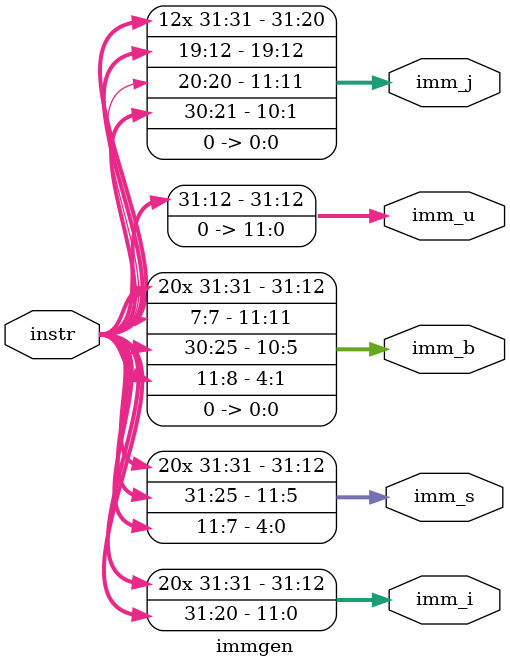
<source format=v>

module immgen(
    input  [31:0] instr,
    output reg [31:0] imm_i,
    output reg [31:0] imm_s,
    output reg [31:0] imm_b,
    output reg [31:0] imm_u,
    output reg [31:0] imm_j
);
    always @(*) begin
        imm_i = {{20{instr[31]}}, instr[31:20]};
        imm_s = {{20{instr[31]}}, instr[31:25], instr[11:7]};
        imm_b = {{19{instr[31]}}, instr[31], instr[7], instr[30:25], instr[11:8], 1'b0};
        imm_u = {instr[31:12], 12'b0};
        imm_j = {{11{instr[31]}}, instr[31], instr[19:12], instr[20], instr[30:21], 1'b0};
    end
endmodule

</source>
